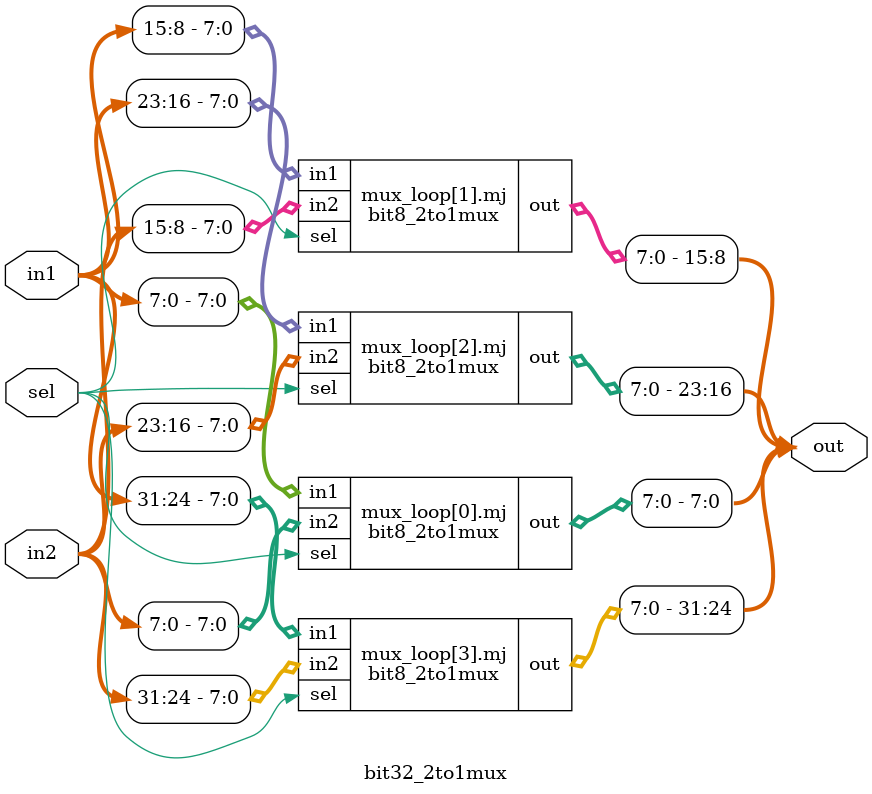
<source format=v>
module mux2to1 (out, sel, in1, in2);
    input in1, in2, sel;
    output out;

    wire not_sel, a1, a2;

    not(not_sel, sel);
    and(a1, sel, in2);
    and(a2, not_sel, in1);

    or (out, a1, a2);

endmodule

module bit8_2to1mux(out, sel, in1, in2);
    input [7:0] in1, in2;
    output [7:0] out;

    input sel;

    //GENERATE STATEMENT AND FOR LOOP FOR 8 MUX
    genvar j;

    generate for (j = 0; j<8; j = j + 1) begin: mux_loop
        mux2to1 mj(out[j], sel, in1[j], in2[j]);
    end
    endgenerate

endmodule

module bit32_2to1mux(out, sel, in1, in2);
    input [31:0] in1, in2;
    output [31:0] out;

    input sel;

    genvar j;

    generate for (j = 0; j<4; j = j + 1) begin: mux_loop
        bit8_2to1mux mj(out[7 + j*8:j*8], sel, in1[7 + j*8:j*8], in2[7 + j*8:j*8]);
    end
    endgenerate
endmodule
</source>
